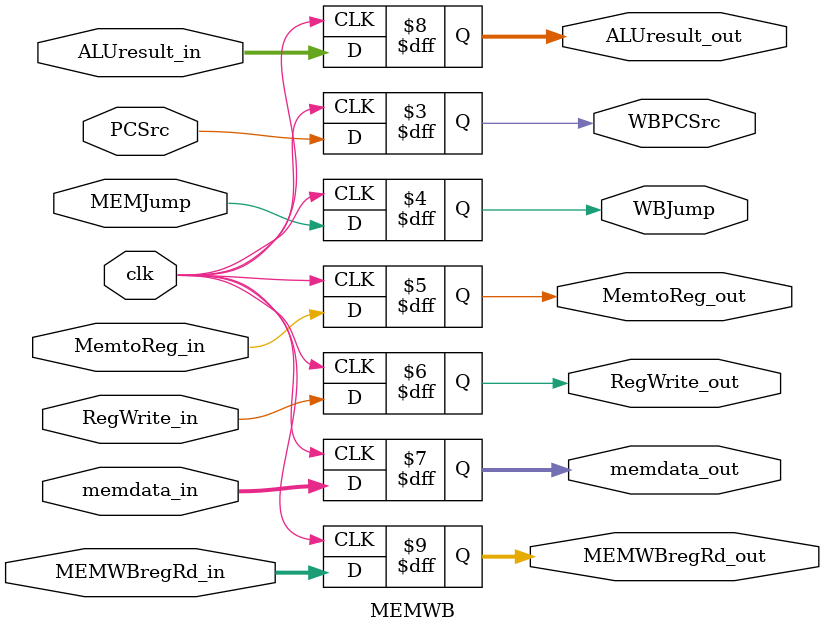
<source format=v>
`timescale 1ns / 1ps
module MEMWB(clk,MemtoReg_in,RegWrite_in,memdata_in,MEMWBregRd_in,ALUresult_in,MemtoReg_out,RegWrite_out,memdata_out,MEMWBregRd_out,ALUresult_out,PCSrc,WBPCSrc,MEMJump,WBJump);
input PCSrc,MEMJump;
output WBPCSrc,WBJump;
reg WBPCSrc,WBJump;
input clk,MemtoReg_in,RegWrite_in;

input [31:0] memdata_in;
input [31:0] ALUresult_in;
input [4:0] MEMWBregRd_in;
output MemtoReg_out,RegWrite_out;
output [31:0] memdata_out;
output [31:0] ALUresult_out;
output [4:0] MEMWBregRd_out;
reg MemtoReg_out,RegWrite_out;
reg [31:0] memdata_out;
reg [31:0] ALUresult_out;
reg [4:0] MEMWBregRd_out;
initial begin
	MemtoReg_out=0;
	RegWrite_out=0;
	WBJump=0;
	WBPCSrc=0;
end

always @(posedge clk) begin
	WBPCSrc<=PCSrc;
	WBJump<=MEMJump;
	MEMWBregRd_out<=MEMWBregRd_in;
	MemtoReg_out<=MemtoReg_in;
	RegWrite_out<=RegWrite_in;
	memdata_out<=memdata_in;
	ALUresult_out<=ALUresult_in;
	
end





endmodule

</source>
